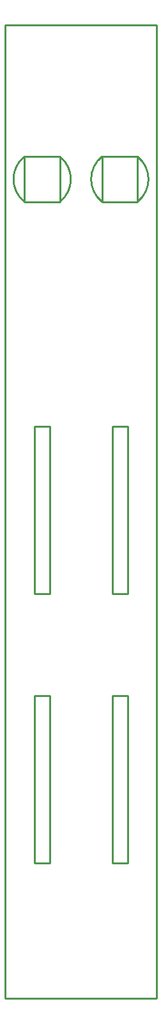
<source format=gko>
G04 Layer: BoardOutlineLayer*
G04 EasyEDA v6.5.34, 2023-08-21 18:11:39*
G04 9e413db91f2042faab6937f58170d6bc,5a6b42c53f6a479593ecc07194224c93,10*
G04 Gerber Generator version 0.2*
G04 Scale: 100 percent, Rotated: No, Reflected: No *
G04 Dimensions in millimeters *
G04 leading zeros omitted , absolute positions ,4 integer and 5 decimal *
%FSLAX45Y45*%
%MOMM*%

%ADD10C,0.2540*%
D10*
X0Y12852400D02*
G01*
X2006600Y12852400D01*
X2006600Y0D01*
X0Y0D01*
X0Y12852400D01*
G75*
G01*
X261005Y10521147D02*
G02*
X261249Y11119843I234195J299253D01*
X261249Y11119843D02*
G01*
X261005Y10521147D01*
X260802Y11120399D02*
G01*
X260802Y10520400D01*
X260802Y10520400D02*
G01*
X729802Y10520400D01*
X729802Y10520400D02*
G01*
X729802Y11120399D01*
X729802Y11120399D02*
G01*
X260802Y11120399D01*
G75*
G01*
X729397Y10521147D02*
G03*
X729153Y11119843I-234196J299253D01*
X729152Y11119843D02*
G01*
X729396Y10521147D01*
G75*
G01*
X1758097Y10521147D02*
G03*
X1757853Y11119843I-234196J299253D01*
X1757852Y11119843D02*
G01*
X1758096Y10521147D01*
X1289502Y11120399D02*
G01*
X1289502Y10520400D01*
X1289502Y10520400D02*
G01*
X1758502Y10520400D01*
X1758502Y10520400D02*
G01*
X1758502Y11120399D01*
X1758502Y11120399D02*
G01*
X1289502Y11120399D01*
G75*
G01*
X1289705Y10521147D02*
G02*
X1289949Y11119843I234195J299253D01*
X1289949Y11119843D02*
G01*
X1289705Y10521147D01*
X393700Y7556500D02*
G01*
X393700Y5346700D01*
X393700Y5346700D02*
G01*
X596900Y5346700D01*
X596900Y5346700D02*
G01*
X596900Y7556500D01*
X596900Y7556500D02*
G01*
X393700Y7556500D01*
X1422400Y7556500D02*
G01*
X1422400Y5346700D01*
X1422400Y5346700D02*
G01*
X1625600Y5346700D01*
X1625600Y5346700D02*
G01*
X1625600Y7556500D01*
X1625600Y7556500D02*
G01*
X1422400Y7556500D01*
X393700Y4004005D02*
G01*
X393700Y1794205D01*
X393700Y1794205D02*
G01*
X596900Y1794205D01*
X596900Y1794205D02*
G01*
X596900Y4004005D01*
X596900Y4004005D02*
G01*
X393700Y4004005D01*
X1422400Y4004005D02*
G01*
X1422400Y1794205D01*
X1422400Y1794205D02*
G01*
X1625600Y1794205D01*
X1625600Y1794205D02*
G01*
X1625600Y4004005D01*
X1625600Y4004005D02*
G01*
X1422400Y4004005D01*

%LPD*%
M02*

</source>
